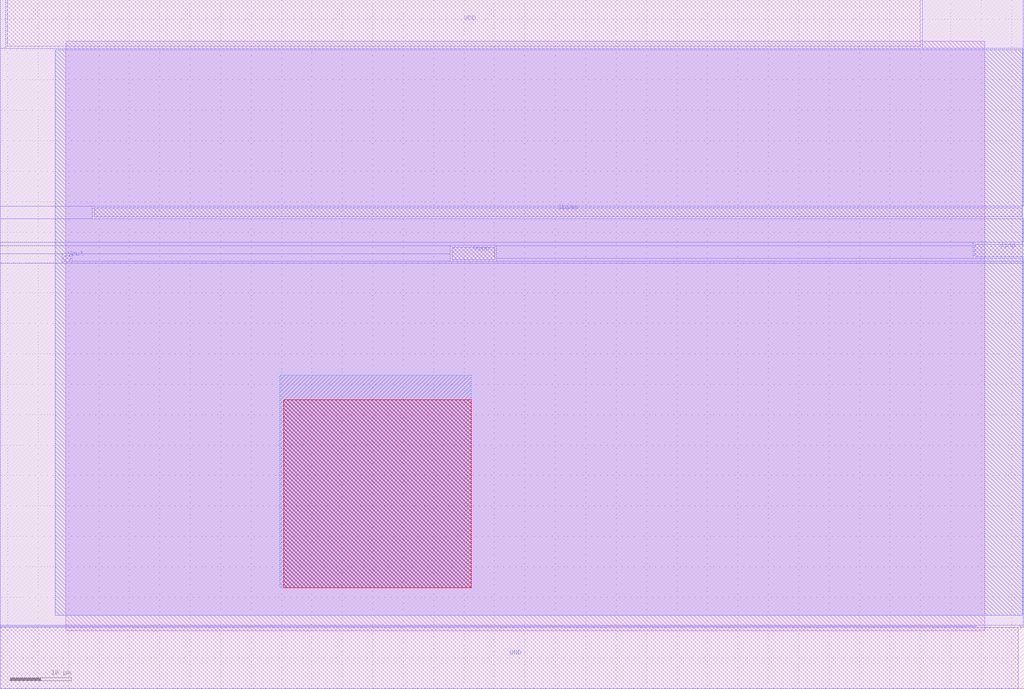
<source format=lef>
VERSION 5.7 ;
  NOWIREEXTENSIONATPIN ON ;
  DIVIDERCHAR "/" ;
  BUSBITCHARS "[]" ;
MACRO OpAmp
  CLASS BLOCK ;
  FOREIGN OpAmp ;
  ORIGIN -58.760 -69.940 ;
  SIZE 168.280 BY 113.250 ;
  PIN Vinn
    PORT
      LAYER met1 ;
        RECT 133.020 140.460 140.020 142.490 ;
    END
  END Vinn
  PIN Vinp
    PORT
      LAYER met1 ;
        RECT 218.950 140.950 227.040 143.010 ;
    END
  END Vinp
  PIN GND
    PORT
      LAYER met1 ;
        RECT 58.760 69.940 226.110 80.070 ;
    END
  END GND
  PIN VDD
    PORT
      LAYER met1 ;
        RECT 59.940 175.510 210.020 183.190 ;
    END
  END VDD
  PIN Ibias
    PORT
      LAYER met1 ;
        RECT 74.175 147.495 226.645 149.005 ;
    END
  END Ibias
  PIN Vout
    PORT
      LAYER met1 ;
        RECT 69.240 140.140 70.240 141.140 ;
    END
  END Vout
  OBS
      LAYER li1 ;
        RECT 69.530 79.490 220.560 176.400 ;
      LAYER met1 ;
        RECT 58.760 175.230 59.660 183.190 ;
        RECT 210.300 175.230 226.880 183.190 ;
        RECT 58.760 149.285 226.880 175.230 ;
        RECT 58.760 147.215 73.895 149.285 ;
        RECT 58.760 143.290 226.880 147.215 ;
        RECT 58.760 142.770 218.670 143.290 ;
        RECT 58.760 141.420 132.740 142.770 ;
        RECT 58.760 139.860 68.960 141.420 ;
        RECT 70.520 140.180 132.740 141.420 ;
        RECT 140.300 140.670 218.670 142.770 ;
        RECT 140.300 140.180 226.880 140.670 ;
        RECT 70.520 139.860 226.880 140.180 ;
        RECT 58.760 80.350 226.880 139.860 ;
        RECT 58.760 80.070 219.150 80.180 ;
        RECT 226.390 80.070 226.880 80.350 ;
      LAYER met2 ;
        RECT 67.800 81.990 226.850 174.970 ;
      LAYER met3 ;
        RECT 104.700 86.500 136.195 121.495 ;
      LAYER met4 ;
        RECT 105.395 86.560 136.175 117.440 ;
  END
END OpAmp
END LIBRARY


</source>
